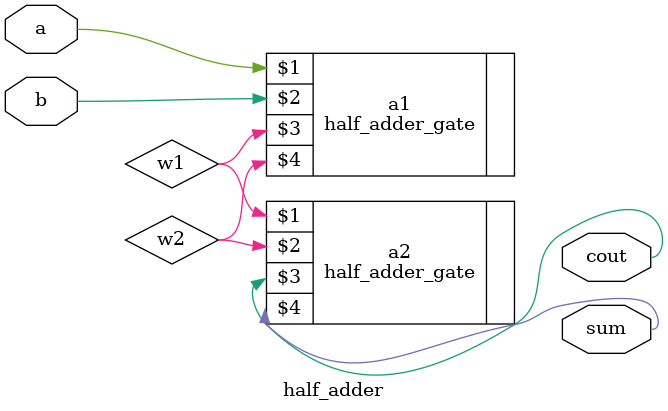
<source format=v>
module half_adder( 
input a, b,
output cout, sum );
	half_adder_gate a1 (a, b, w1, w2);
	half_adder_gate a2 (w1, w2, cout, sum);
endmodule

</source>
